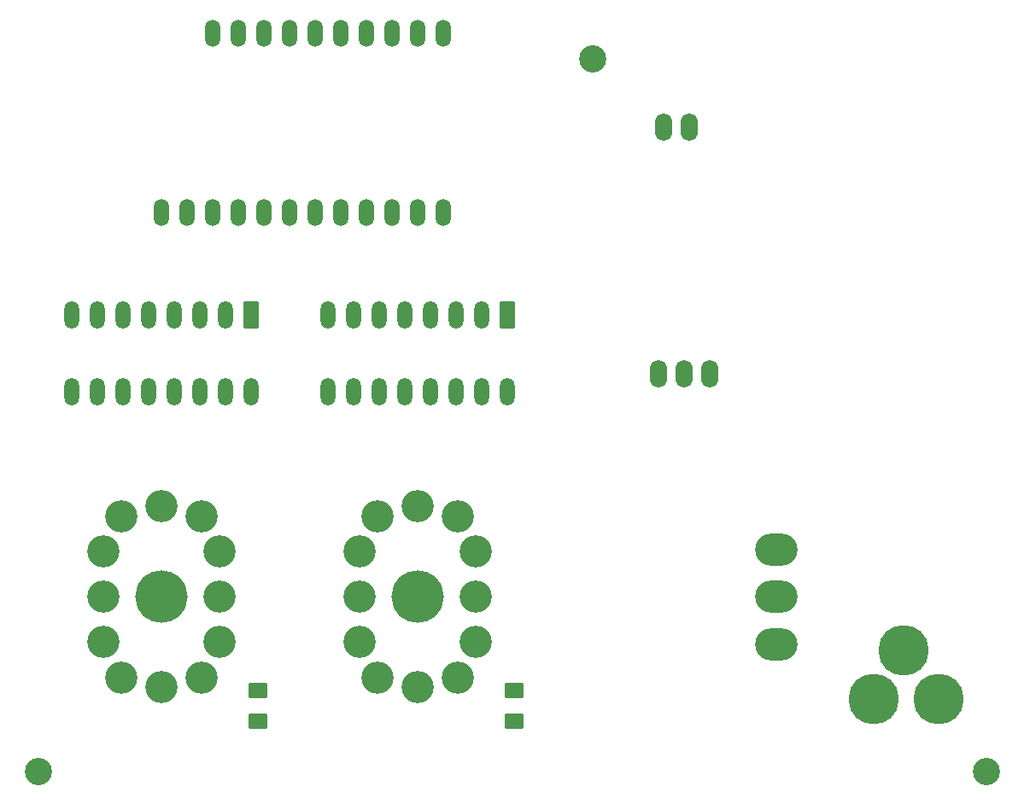
<source format=gbr>
G04 --- HEADER BEGIN --- *
G04 #@! TF.GenerationSoftware,LibrePCB,LibrePCB,1.1.0*
G04 #@! TF.CreationDate,2024-11-03T19:05:04*
G04 #@! TF.ProjectId,Nixie Counter,cfaec193-39cb-4766-881d-db9368be8cff,v2.0*
G04 #@! TF.Part,Single*
G04 #@! TF.SameCoordinates*
G04 #@! TF.FileFunction,Soldermask,Bot*
G04 #@! TF.FilePolarity,Negative*
%FSLAX66Y66*%
%MOMM*%
G01*
G75*
G04 --- HEADER END --- *
G04 --- APERTURE LIST BEGIN --- *
%AMROUNDEDRECT10*20,1,1.45,-0.825,0.0,0.825,0.0,0.0*20,1,1.25,-0.925,0.0,0.925,0.0,0.0*1,1,0.2,-0.825,0.625*1,1,0.2,0.825,0.625*1,1,0.2,0.825,-0.625*1,1,0.2,-0.825,-0.625*%
%ADD10ROUNDEDRECT10*%
%ADD11C,3.2*%
%ADD12C,5.2*%
%ADD13O,1.47X2.74*%
%AMROUNDEDRECT14*20,1,1.47,-1.27,0.0,1.27,0.0,90.0*20,1,1.27,-1.37,0.0,1.37,0.0,90.0*1,1,0.2,-0.635,-1.27*1,1,0.2,-0.635,1.27*1,1,0.2,0.635,1.27*1,1,0.2,0.635,-1.27*%
%ADD14ROUNDEDRECT14*%
%ADD15O,4.2X3.2*%
%ADD16O,1.5X2.7*%
%ADD17O,1.7X2.74*%
%ADD18C,5.0*%
%ADD19C,2.7*%
G04 --- APERTURE LIST END --- *
G04 --- BOARD BEGIN --- *
D10*
G04 #@! TO.C,R5*
X50165000Y11050000D03*
X50165000Y8000000D03*
D11*
G04 #@! TO.C,DS1*
X19240000Y28320000D03*
X20990000Y20320000D03*
X19240000Y12320000D03*
X15240000Y29320000D03*
X20990000Y24820000D03*
X11240000Y28320000D03*
X9490000Y15820000D03*
X9490000Y20320000D03*
X11240000Y12320000D03*
X9490000Y24820000D03*
X15240000Y11320000D03*
X20990000Y15820000D03*
D12*
G04 #@! TD*
X15240000Y20320000D03*
D13*
G04 #@! TO.C,U4*
X36830000Y48259984D03*
X49530000Y40639984D03*
X34290000Y40639984D03*
D14*
X49530000Y48259984D03*
D13*
X34290000Y48259984D03*
X44450000Y48259984D03*
X46990000Y48259984D03*
X44450000Y40639984D03*
X31750000Y48259984D03*
X41910000Y40639984D03*
X46990000Y40639984D03*
X39370000Y48259984D03*
X39370000Y40639984D03*
X41910000Y48259984D03*
X36830000Y40639984D03*
X31750000Y40639984D03*
D11*
G04 #@! TO.C,DS2*
X44640000Y28320000D03*
X46390000Y20320000D03*
X44640000Y12320000D03*
X40640000Y29320000D03*
X46390000Y24820000D03*
X36640000Y28320000D03*
X34890000Y15820000D03*
X34890000Y20320000D03*
X36640000Y12320000D03*
X34890000Y24820000D03*
X40640000Y11320000D03*
X46390000Y15820000D03*
D12*
G04 #@! TD*
X40640000Y20320000D03*
D13*
G04 #@! TO.C,U3*
X11430000Y48259984D03*
X24130000Y40639984D03*
X8890000Y40639984D03*
D14*
X24130000Y48259984D03*
D13*
X8890000Y48259984D03*
X19050000Y48259984D03*
X21590000Y48259984D03*
X19050000Y40639984D03*
X6350000Y48259984D03*
X16510000Y40639984D03*
X21590000Y40639984D03*
X13970000Y48259984D03*
X13970000Y40639984D03*
X16510000Y48259984D03*
X11430000Y40639984D03*
X6350000Y40639984D03*
D15*
G04 #@! TO.C,S1*
X76199936Y15620000D03*
X76199936Y25020000D03*
X76199936Y20320000D03*
D16*
G04 #@! TO.C,U5*
X35560000Y58460000D03*
X20320000Y76240000D03*
X43180000Y76240000D03*
X38100000Y58460000D03*
X30480000Y76240000D03*
X40640000Y58460000D03*
X30480000Y58460000D03*
X43180000Y58460000D03*
X35560000Y76240000D03*
X33020000Y76240000D03*
X25400000Y58460000D03*
X27940000Y58460000D03*
X38100000Y76240000D03*
X22860000Y58460000D03*
X22860000Y76240000D03*
X40640000Y76240000D03*
X25400000Y76240000D03*
X33020000Y58460000D03*
X20320000Y58460000D03*
X17780000Y58460000D03*
X27940000Y76240000D03*
X15240000Y58460000D03*
D17*
G04 #@! TO.C,U1*
X67030992Y42428192D03*
X69570992Y42428192D03*
X65040992Y66928192D03*
X67580992Y66928192D03*
X64490992Y42428192D03*
D10*
G04 #@! TO.C,R4*
X24765000Y11050000D03*
X24765000Y8000000D03*
D18*
G04 #@! TO.C,J1*
X92311168Y10160064D03*
X88811168Y14960064D03*
X85811168Y10160064D03*
D19*
G04 #@! TD*
X97000000Y3000000D03*
X3000000Y3000000D03*
X58000000Y73660000D03*
G04 --- BOARD END --- *
G04 #@! TF.MD5,375e13eedf54bca8c22aed1842c271fa*
M02*

</source>
